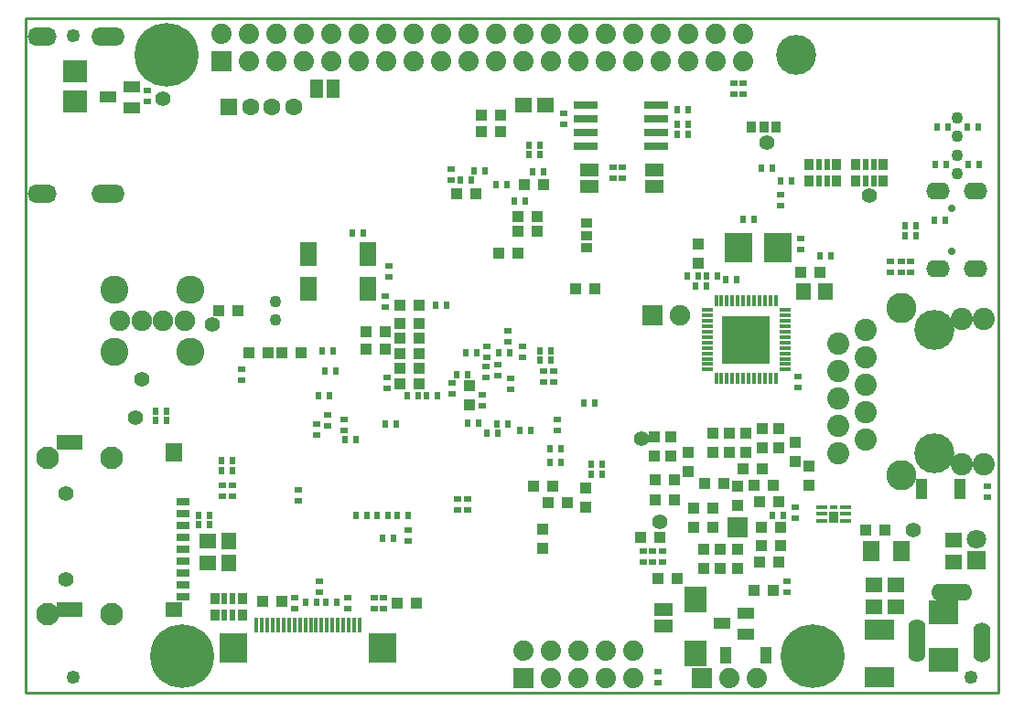
<source format=gbr>
%TF.GenerationSoftware,KiCad,Pcbnew,no-vcs-found-f3908bd~61~ubuntu16.04.1*%
%TF.CreationDate,2017-11-15T13:54:59+02:00*%
%TF.ProjectId,A64-OlinuXino_Rev_E,4136342D4F6C696E7558696E6F5F5265,D*%
%TF.SameCoordinates,Original*%
%TF.FileFunction,Soldermask,Bot*%
%TF.FilePolarity,Negative*%
%FSLAX46Y46*%
G04 Gerber Fmt 4.6, Leading zero omitted, Abs format (unit mm)*
G04 Created by KiCad (PCBNEW no-vcs-found-f3908bd~61~ubuntu16.04.1) date Wed Nov 15 13:54:59 2017*
%MOMM*%
%LPD*%
G01*
G04 APERTURE LIST*
%ADD10C,0.254000*%
%ADD11R,1.117600X1.117600*%
%ADD12R,2.301600X0.701600*%
%ADD13R,1.201600X0.801600*%
%ADD14R,1.600000X1.400000*%
%ADD15R,1.600000X1.800000*%
%ADD16R,2.400000X1.400000*%
%ADD17C,1.400000*%
%ADD18C,3.700000*%
%ADD19C,2.800000*%
%ADD20C,2.050000*%
%ADD21O,2.200000X1.600000*%
%ADD22C,0.700000*%
%ADD23C,2.100000*%
%ADD24R,2.501600X2.701600*%
%ADD25R,0.351600X1.401600*%
%ADD26R,1.822400X1.822400*%
%ADD27R,4.400000X4.400000*%
%ADD28R,0.351600X1.001600*%
%ADD29R,1.001600X0.351600*%
%ADD30R,1.600000X2.200000*%
%ADD31C,1.254000*%
%ADD32O,2.700000X1.700000*%
%ADD33O,3.100000X1.700000*%
%ADD34C,1.900000*%
%ADD35C,2.600000*%
%ADD36C,5.900000*%
%ADD37R,0.863600X1.117600*%
%ADD38R,0.609600X1.117600*%
%ADD39R,0.651600X0.601600*%
%ADD40R,1.001600X0.451600*%
%ADD41R,0.901600X1.051600*%
%ADD42R,0.701600X0.451600*%
%ADD43R,1.701800X1.270000*%
%ADD44R,0.601600X0.651600*%
%ADD45R,1.625600X1.371600*%
%ADD46R,2.100000X2.400000*%
%ADD47R,1.101600X1.501600*%
%ADD48R,1.501600X1.101600*%
%ADD49R,2.200000X2.000000*%
%ADD50R,2.801600X1.901600*%
%ADD51R,1.371600X1.625600*%
%ADD52R,1.270000X1.701800*%
%ADD53R,1.625600X1.879600*%
%ADD54R,1.117600X0.863600*%
%ADD55C,1.100000*%
%ADD56R,1.117600X1.879600*%
%ADD57R,1.601600X1.601600*%
%ADD58C,1.601600*%
%ADD59C,1.879600*%
%ADD60R,1.879600X1.879600*%
%ADD61R,1.800000X1.800000*%
%ADD62C,1.800000*%
%ADD63R,1.901600X1.901600*%
%ADD64C,1.901600*%
%ADD65O,1.601600X4.001600*%
%ADD66O,1.601600X3.701600*%
%ADD67O,3.801600X1.601600*%
%ADD68R,2.500000X2.800000*%
%ADD69R,2.686000X2.178000*%
G04 APERTURE END LIST*
D10*
X100000000Y-37500000D02*
X100000000Y-100000000D01*
X190000000Y-37500000D02*
X100000000Y-37500000D01*
X190000000Y-100000000D02*
X190000000Y-37500000D01*
X100000000Y-100000000D02*
X190000000Y-100000000D01*
D11*
%TO.C,C162*%
X161290000Y-77724000D03*
X161290000Y-79502000D03*
%TD*%
D12*
%TO.C,U12*%
X158302000Y-45593000D03*
X158302000Y-46863000D03*
X158302000Y-48133000D03*
X158302000Y-49403000D03*
X151832000Y-49403000D03*
X151832000Y-48133000D03*
X151832000Y-46863000D03*
X151832000Y-45593000D03*
%TD*%
D13*
%TO.C,MICRO_SD1*%
X114565000Y-91132000D03*
X114565000Y-90032000D03*
X114565000Y-88932000D03*
X114565000Y-87832000D03*
X114565000Y-86732000D03*
X114565000Y-85632000D03*
X114565000Y-84532000D03*
X114565000Y-83432000D03*
X114565000Y-82332000D03*
D14*
X113685000Y-92332000D03*
D15*
X113685000Y-77732000D03*
D16*
X104085000Y-92332000D03*
X104085000Y-76832000D03*
D17*
X103682800Y-81534000D03*
X103682800Y-89535000D03*
%TD*%
D18*
%TO.C,LAN1*%
X184023000Y-77851000D03*
X184023000Y-66421000D03*
D19*
X180975000Y-79883000D03*
X180975000Y-64389000D03*
D20*
X188595000Y-78867000D03*
X186563000Y-78867000D03*
X188595000Y-65405000D03*
X186563000Y-65405000D03*
X175133000Y-77851000D03*
X177673000Y-76581000D03*
X175133000Y-75311000D03*
X177673000Y-74041000D03*
X175133000Y-72771000D03*
X177673000Y-71501000D03*
X175133000Y-70231000D03*
X177673000Y-68961000D03*
X175133000Y-67691000D03*
X177673000Y-66421000D03*
%TD*%
D21*
%TO.C,USB-OTG1*%
X187842000Y-53550000D03*
X184372000Y-53550000D03*
X184372000Y-60750000D03*
X187842000Y-60750000D03*
D22*
X185692000Y-55150000D03*
X185692000Y-59150000D03*
%TD*%
D23*
%TO.C,HEADPHONES/LINEOUT1*%
X107981000Y-78232000D03*
X101981000Y-78232000D03*
%TD*%
%TO.C,MIC/LINEIN1*%
X107981000Y-92710000D03*
X101981000Y-92710000D03*
%TD*%
D24*
%TO.C,MIPI-DSI1*%
X133011000Y-95870000D03*
X119211000Y-95870000D03*
D25*
X130861000Y-93770000D03*
X130361000Y-93770000D03*
X129861000Y-93770000D03*
X129361000Y-93770000D03*
X128861000Y-93770000D03*
X128361000Y-93770000D03*
X127861000Y-93770000D03*
X127361000Y-93770000D03*
X126861000Y-93770000D03*
X126361000Y-93770000D03*
X125861000Y-93770000D03*
X125361000Y-93770000D03*
X124861000Y-93770000D03*
X124361000Y-93770000D03*
X123861000Y-93770000D03*
X123361000Y-93770000D03*
X122861000Y-93770000D03*
X122361000Y-93770000D03*
X121861000Y-93770000D03*
X121361000Y-93770000D03*
%TD*%
D26*
%TO.C,U15*%
X166624000Y-67310000D03*
D27*
X166624000Y-67310000D03*
D28*
X169374000Y-63710000D03*
X168874000Y-63710000D03*
X168374000Y-63710000D03*
X167874000Y-63710000D03*
X167374000Y-63710000D03*
X166874000Y-63710000D03*
X166374000Y-63710000D03*
X165874000Y-63710000D03*
X165374000Y-63710000D03*
X164874000Y-63710000D03*
X164374000Y-63710000D03*
X163874000Y-63710000D03*
D29*
X163024000Y-64560000D03*
X163024000Y-65060000D03*
X163024000Y-65560000D03*
X163024000Y-66060000D03*
X163024000Y-66560000D03*
X163024000Y-67060000D03*
X163024000Y-67560000D03*
X163024000Y-68060000D03*
X163024000Y-68560000D03*
X163024000Y-69060000D03*
X163024000Y-69560000D03*
X163024000Y-70060000D03*
D28*
X163874000Y-70910000D03*
X164374000Y-70910000D03*
X164874000Y-70910000D03*
X165374000Y-70910000D03*
X165874000Y-70910000D03*
X166374000Y-70910000D03*
X166874000Y-70910000D03*
X167374000Y-70910000D03*
X167874000Y-70910000D03*
X168374000Y-70910000D03*
X168874000Y-70910000D03*
X169374000Y-70910000D03*
D29*
X170224000Y-70060000D03*
X170224000Y-69560000D03*
X170224000Y-69060000D03*
X170224000Y-68560000D03*
X170224000Y-68060000D03*
X170224000Y-67560000D03*
X170224000Y-67060000D03*
X170224000Y-66560000D03*
X170224000Y-66060000D03*
X170224000Y-65560000D03*
X170224000Y-65060000D03*
X170224000Y-64560000D03*
%TD*%
D30*
%TO.C,Q2*%
X126155000Y-59360000D03*
X126155000Y-62560000D03*
X131655000Y-62560000D03*
X131655000Y-59360000D03*
%TD*%
D31*
%TO.C,*%
X104394000Y-39116000D03*
%TD*%
%TO.C,*%
X104394000Y-98552000D03*
%TD*%
%TO.C,*%
X187452000Y-98552000D03*
%TD*%
D32*
%TO.C,HDMI1*%
X101547000Y-39182000D03*
X101547000Y-53782000D03*
D33*
X107597000Y-53782000D03*
X107597000Y-39182000D03*
%TD*%
D26*
%TO.C,U14*%
X165862000Y-84645500D03*
%TD*%
D34*
%TO.C,USB1*%
X114712000Y-65532000D03*
X112712000Y-65532000D03*
X110712000Y-65532000D03*
X108712000Y-65532000D03*
D35*
X108212000Y-68382000D03*
X108212000Y-62682000D03*
X115212000Y-68382000D03*
X115212000Y-62682000D03*
%TD*%
D36*
%TO.C,Mounting_hole1*%
X172800000Y-96600000D03*
%TD*%
D37*
%TO.C,RM9*%
X179324000Y-51054000D03*
X179324000Y-52578000D03*
X176784000Y-51054000D03*
X176784000Y-52578000D03*
D38*
X178435000Y-51054000D03*
X177673000Y-51054000D03*
X178435000Y-52578000D03*
X177673000Y-52578000D03*
%TD*%
D39*
%TO.C,R93*%
X133604000Y-60452000D03*
X133604000Y-61468000D03*
%TD*%
%TO.C,R46*%
X111252000Y-44196000D03*
X111252000Y-45212000D03*
%TD*%
D40*
%TO.C,T1*%
X173652000Y-84089000D03*
X173652000Y-83439000D03*
X173652000Y-82789000D03*
X175852000Y-82789000D03*
X175852000Y-83439000D03*
X175852000Y-84089000D03*
D41*
X174752000Y-83789000D03*
D42*
X174752000Y-82789000D03*
%TD*%
D43*
%TO.C,5V_E1*%
X159004000Y-92329000D03*
X159004000Y-92329000D03*
X159004000Y-93853000D03*
%TD*%
D39*
%TO.C,C1*%
X135400000Y-84892000D03*
X135400000Y-85908000D03*
%TD*%
D44*
%TO.C,C2*%
X135382000Y-83566000D03*
X134366000Y-83566000D03*
%TD*%
%TO.C,C3*%
X133477000Y-83566000D03*
X132461000Y-83566000D03*
%TD*%
%TO.C,C4*%
X131572000Y-83566000D03*
X130556000Y-83566000D03*
%TD*%
D11*
%TO.C,C5*%
X134366000Y-91694000D03*
X136144000Y-91694000D03*
%TD*%
D39*
%TO.C,C6*%
X129800000Y-91192000D03*
X129800000Y-92208000D03*
%TD*%
%TO.C,C7*%
X124900000Y-91192000D03*
X124900000Y-92208000D03*
%TD*%
%TO.C,C8*%
X125200000Y-82208000D03*
X125200000Y-81192000D03*
%TD*%
%TO.C,C9*%
X129413000Y-75692000D03*
X129413000Y-74676000D03*
%TD*%
D11*
%TO.C,C10*%
X123711000Y-68500000D03*
X125489000Y-68500000D03*
%TD*%
D39*
%TO.C,C11*%
X119100000Y-81808000D03*
X119100000Y-80792000D03*
%TD*%
D44*
%TO.C,C12*%
X132992000Y-85700000D03*
X134008000Y-85700000D03*
%TD*%
D39*
%TO.C,C13*%
X133096000Y-91186000D03*
X133096000Y-92202000D03*
%TD*%
%TO.C,C14*%
X132207000Y-91186000D03*
X132207000Y-92202000D03*
%TD*%
%TO.C,C15*%
X133400000Y-70792000D03*
X133400000Y-71808000D03*
%TD*%
D11*
%TO.C,C16*%
X123689000Y-91500000D03*
X121911000Y-91500000D03*
%TD*%
D44*
%TO.C,C17*%
X143592000Y-75100000D03*
X144608000Y-75100000D03*
%TD*%
%TO.C,C18*%
X145692000Y-75700000D03*
X146708000Y-75700000D03*
%TD*%
%TO.C,C19*%
X130556000Y-76581000D03*
X129540000Y-76581000D03*
%TD*%
%TO.C,C20*%
X127692000Y-70200000D03*
X128708000Y-70200000D03*
%TD*%
D11*
%TO.C,C21*%
X133223000Y-68199000D03*
X131445000Y-68199000D03*
%TD*%
D44*
%TO.C,C22*%
X141908000Y-75000000D03*
X140892000Y-75000000D03*
%TD*%
%TO.C,C23*%
X119108000Y-78500000D03*
X118092000Y-78500000D03*
%TD*%
D39*
%TO.C,C24*%
X127200000Y-89692000D03*
X127200000Y-90708000D03*
%TD*%
D44*
%TO.C,C25*%
X127392000Y-68300000D03*
X128408000Y-68300000D03*
%TD*%
D11*
%TO.C,C26*%
X122389000Y-68500000D03*
X120611000Y-68500000D03*
%TD*%
%TO.C,C27*%
X147828000Y-86614000D03*
X147828000Y-84836000D03*
%TD*%
D39*
%TO.C,C28*%
X127900000Y-74292000D03*
X127900000Y-75308000D03*
%TD*%
D44*
%TO.C,C29*%
X143708000Y-76000000D03*
X142692000Y-76000000D03*
%TD*%
%TO.C,C30*%
X133292000Y-75100000D03*
X134308000Y-75100000D03*
%TD*%
D39*
%TO.C,C31*%
X126900000Y-76108000D03*
X126900000Y-75092000D03*
%TD*%
D44*
%TO.C,C34*%
X148608000Y-69200000D03*
X147592000Y-69200000D03*
%TD*%
%TO.C,C35*%
X146892000Y-51750000D03*
X147908000Y-51750000D03*
%TD*%
D11*
%TO.C,C36*%
X146113500Y-52959000D03*
X147891500Y-52959000D03*
%TD*%
D44*
%TO.C,C37*%
X141258000Y-52500000D03*
X140242000Y-52500000D03*
%TD*%
D11*
%TO.C,C38*%
X141639000Y-53750000D03*
X139861000Y-53750000D03*
%TD*%
%TO.C,C42*%
X143889000Y-46500000D03*
X142111000Y-46500000D03*
%TD*%
%TO.C,C43*%
X143889000Y-48050000D03*
X142111000Y-48050000D03*
%TD*%
D44*
%TO.C,C44*%
X141492000Y-51650000D03*
X142508000Y-51650000D03*
%TD*%
%TO.C,C46*%
X140908000Y-70500000D03*
X139892000Y-70500000D03*
%TD*%
D39*
%TO.C,C50*%
X139425000Y-71317000D03*
X139425000Y-72333000D03*
%TD*%
D44*
%TO.C,C51*%
X138108000Y-72500000D03*
X137092000Y-72500000D03*
%TD*%
D11*
%TO.C,C53*%
X136398000Y-69977000D03*
X134620000Y-69977000D03*
%TD*%
%TO.C,C54*%
X134620000Y-65786000D03*
X136398000Y-65786000D03*
%TD*%
%TO.C,C55*%
X136398000Y-68580000D03*
X134620000Y-68580000D03*
%TD*%
%TO.C,C56*%
X134620000Y-67183000D03*
X136398000Y-67183000D03*
%TD*%
%TO.C,C59*%
X134620000Y-71374000D03*
X136398000Y-71374000D03*
%TD*%
%TO.C,C61*%
X141050000Y-71586000D03*
X141050000Y-73364000D03*
%TD*%
D45*
%TO.C,C64*%
X116840000Y-85979000D03*
X116840000Y-88011000D03*
%TD*%
D39*
%TO.C,C72*%
X179959000Y-61087000D03*
X179959000Y-60071000D03*
%TD*%
%TO.C,C73*%
X144625000Y-66442000D03*
X144625000Y-67458000D03*
%TD*%
D44*
%TO.C,C79*%
X143792000Y-68500000D03*
X144808000Y-68500000D03*
%TD*%
D39*
%TO.C,C80*%
X147900000Y-70192000D03*
X147900000Y-71208000D03*
%TD*%
%TO.C,C109*%
X142700000Y-68908000D03*
X142700000Y-67892000D03*
%TD*%
D44*
%TO.C,C110*%
X148608000Y-68300000D03*
X147592000Y-68300000D03*
%TD*%
D39*
%TO.C,C115*%
X148800000Y-71208000D03*
X148800000Y-70192000D03*
%TD*%
D11*
%TO.C,C116*%
X145542000Y-59309000D03*
X143764000Y-59309000D03*
%TD*%
D39*
%TO.C,C117*%
X142600000Y-70808000D03*
X142600000Y-69792000D03*
%TD*%
D45*
%TO.C,C118*%
X180467000Y-90043000D03*
X180467000Y-92075000D03*
%TD*%
%TO.C,C119*%
X178435000Y-90043000D03*
X178435000Y-92075000D03*
%TD*%
D11*
%TO.C,C120*%
X147320000Y-55880000D03*
X145542000Y-55880000D03*
%TD*%
%TO.C,C121*%
X169799000Y-84709000D03*
X168021000Y-84709000D03*
%TD*%
D44*
%TO.C,C123*%
X148492000Y-77400000D03*
X149508000Y-77400000D03*
%TD*%
D11*
%TO.C,C125*%
X158242000Y-80264000D03*
X160020000Y-80264000D03*
%TD*%
%TO.C,C126*%
X163576000Y-82931000D03*
X161798000Y-82931000D03*
%TD*%
D44*
%TO.C,C127*%
X153289000Y-79756000D03*
X152273000Y-79756000D03*
%TD*%
D11*
%TO.C,C128*%
X169799000Y-86360000D03*
X168021000Y-86360000D03*
%TD*%
D44*
%TO.C,C130*%
X153289000Y-78867000D03*
X152273000Y-78867000D03*
%TD*%
D39*
%TO.C,C132*%
X149200000Y-74692000D03*
X149200000Y-75708000D03*
%TD*%
D11*
%TO.C,C133*%
X165862000Y-86741000D03*
X165862000Y-88519000D03*
%TD*%
D44*
%TO.C,C134*%
X148492000Y-78700000D03*
X149508000Y-78700000D03*
%TD*%
D11*
%TO.C,C135*%
X177673000Y-84963000D03*
X179451000Y-84963000D03*
%TD*%
%TO.C,C137*%
X151765000Y-82804000D03*
X151765000Y-81026000D03*
%TD*%
%TO.C,C142*%
X146939000Y-80899000D03*
X148717000Y-80899000D03*
%TD*%
%TO.C,C145*%
X164211000Y-86741000D03*
X164211000Y-88519000D03*
%TD*%
%TO.C,C147*%
X172466000Y-80772000D03*
X172466000Y-78994000D03*
%TD*%
%TO.C,C148*%
X148336000Y-82423000D03*
X150114000Y-82423000D03*
%TD*%
%TO.C,C149*%
X162687000Y-88519000D03*
X162687000Y-86741000D03*
%TD*%
%TO.C,C151*%
X160274000Y-89408000D03*
X158496000Y-89408000D03*
%TD*%
%TO.C,C152*%
X169164000Y-90551000D03*
X167386000Y-90551000D03*
%TD*%
%TO.C,C153*%
X166624000Y-75946000D03*
X166624000Y-77724000D03*
%TD*%
D39*
%TO.C,C155*%
X142200000Y-73408000D03*
X142200000Y-72392000D03*
%TD*%
D44*
%TO.C,C156*%
X184277000Y-47625000D03*
X185293000Y-47625000D03*
%TD*%
D11*
%TO.C,C157*%
X165862000Y-82677000D03*
X165862000Y-80899000D03*
%TD*%
D39*
%TO.C,C158*%
X144900000Y-71908000D03*
X144900000Y-70892000D03*
%TD*%
D11*
%TO.C,C159*%
X158242000Y-82169000D03*
X160020000Y-82169000D03*
%TD*%
%TO.C,C160*%
X158115000Y-78105000D03*
X158115000Y-76327000D03*
%TD*%
%TO.C,C161*%
X164592000Y-80645000D03*
X162814000Y-80645000D03*
%TD*%
%TO.C,C164*%
X163576000Y-75946000D03*
X163576000Y-77724000D03*
%TD*%
%TO.C,C165*%
X165100000Y-75946000D03*
X165100000Y-77724000D03*
%TD*%
%TO.C,C167*%
X166370000Y-79248000D03*
X168148000Y-79248000D03*
%TD*%
%TO.C,C168*%
X159639000Y-78105000D03*
X159639000Y-76327000D03*
%TD*%
%TO.C,C170*%
X167386000Y-80772000D03*
X169164000Y-80772000D03*
%TD*%
%TO.C,C171*%
X161798000Y-84709000D03*
X163576000Y-84709000D03*
%TD*%
%TO.C,C173*%
X158623000Y-85598000D03*
X156845000Y-85598000D03*
%TD*%
%TO.C,C174*%
X171196000Y-76835000D03*
X171196000Y-78613000D03*
%TD*%
%TO.C,C176*%
X167894000Y-82296000D03*
X169672000Y-82296000D03*
%TD*%
D44*
%TO.C,C177*%
X184150000Y-51054000D03*
X185166000Y-51054000D03*
%TD*%
D11*
%TO.C,C178*%
X169672000Y-75565000D03*
X169672000Y-77343000D03*
%TD*%
%TO.C,C179*%
X168148000Y-75565000D03*
X168148000Y-77343000D03*
%TD*%
D45*
%TO.C,C180*%
X185801000Y-85852000D03*
X185801000Y-87884000D03*
%TD*%
D11*
%TO.C,C181*%
X167894000Y-87884000D03*
X169672000Y-87884000D03*
%TD*%
D44*
%TO.C,C183*%
X131191000Y-57404000D03*
X130175000Y-57404000D03*
%TD*%
D39*
%TO.C,C184*%
X133223000Y-64262000D03*
X133223000Y-63246000D03*
%TD*%
D11*
%TO.C,C188*%
X147320000Y-57277000D03*
X145542000Y-57277000D03*
%TD*%
D44*
%TO.C,C189*%
X140692000Y-68500000D03*
X141708000Y-68500000D03*
%TD*%
D11*
%TO.C,C190*%
X119634000Y-64643000D03*
X117856000Y-64643000D03*
%TD*%
D39*
%TO.C,C191*%
X146000000Y-67892000D03*
X146000000Y-68908000D03*
%TD*%
D11*
%TO.C,C192*%
X134620000Y-64135000D03*
X136398000Y-64135000D03*
%TD*%
%TO.C,C194*%
X150876000Y-62611000D03*
X152654000Y-62611000D03*
%TD*%
D46*
%TO.C,D3*%
X161925000Y-96353000D03*
X161925000Y-91353000D03*
%TD*%
D47*
%TO.C,D4*%
X168524000Y-96520000D03*
X164724000Y-96520000D03*
%TD*%
D48*
%TO.C,FET1*%
X107609640Y-44828460D03*
X109819440Y-45783500D03*
X109819440Y-43881040D03*
%TD*%
%TO.C,FET2*%
X164378640Y-93596460D03*
X166588440Y-94551500D03*
X166588440Y-92649040D03*
%TD*%
D49*
%TO.C,FUSE1*%
X104521000Y-45215000D03*
X104521000Y-42415000D03*
%TD*%
D50*
%TO.C,FUSE2*%
X178943000Y-94193000D03*
X178943000Y-98593000D03*
%TD*%
D45*
%TO.C,L1*%
X146050000Y-45593000D03*
X148082000Y-45593000D03*
%TD*%
D51*
%TO.C,L2*%
X118745000Y-85979000D03*
X118745000Y-88011000D03*
%TD*%
D43*
%TO.C,NAND_E1*%
X152146000Y-51562000D03*
X152146000Y-51562000D03*
X152146000Y-53086000D03*
%TD*%
D44*
%TO.C,R2*%
X127092000Y-72500000D03*
X128108000Y-72500000D03*
%TD*%
D39*
%TO.C,R3*%
X140843000Y-83058000D03*
X140843000Y-82042000D03*
%TD*%
%TO.C,R4*%
X139954000Y-83058000D03*
X139954000Y-82042000D03*
%TD*%
D44*
%TO.C,R54*%
X169037000Y-51435000D03*
X168021000Y-51435000D03*
%TD*%
D39*
%TO.C,R60*%
X169799000Y-53848000D03*
X169799000Y-54864000D03*
%TD*%
D44*
%TO.C,R96*%
X138938000Y-64135000D03*
X137922000Y-64135000D03*
%TD*%
%TO.C,R97*%
X151638000Y-73152000D03*
X152654000Y-73152000D03*
%TD*%
D37*
%TO.C,RM7*%
X120015000Y-91313000D03*
X120015000Y-92837000D03*
X117475000Y-91313000D03*
X117475000Y-92837000D03*
D38*
X119126000Y-91313000D03*
X118364000Y-91313000D03*
X119126000Y-92837000D03*
X118364000Y-92837000D03*
%TD*%
D37*
%TO.C,RM12*%
X175006000Y-51054000D03*
X175006000Y-52578000D03*
X172466000Y-51054000D03*
X172466000Y-52578000D03*
D38*
X174117000Y-51054000D03*
X173355000Y-51054000D03*
X174117000Y-52578000D03*
X173355000Y-52578000D03*
%TD*%
D44*
%TO.C,R37*%
X184023000Y-56261000D03*
X185039000Y-56261000D03*
%TD*%
D39*
%TO.C,R38*%
X181864000Y-60071000D03*
X181864000Y-61087000D03*
%TD*%
D44*
%TO.C,R41*%
X173482000Y-59563000D03*
X174498000Y-59563000D03*
%TD*%
D39*
%TO.C,R42*%
X180975000Y-61087000D03*
X180975000Y-60071000D03*
%TD*%
D44*
%TO.C,R61*%
X169799000Y-52578000D03*
X170815000Y-52578000D03*
%TD*%
D52*
%TO.C,HSIC_E1*%
X128397000Y-44069000D03*
X128397000Y-44069000D03*
X126873000Y-44069000D03*
%TD*%
D39*
%TO.C,C197*%
X143700000Y-69592000D03*
X143700000Y-70608000D03*
%TD*%
%TO.C,R85*%
X170434000Y-89662000D03*
X170434000Y-90678000D03*
%TD*%
%TO.C,R84*%
X171196000Y-82804000D03*
X171196000Y-83820000D03*
%TD*%
D53*
%TO.C,R78*%
X178181000Y-86868000D03*
X180975000Y-86868000D03*
%TD*%
D44*
%TO.C,R92*%
X170053000Y-83566000D03*
X169037000Y-83566000D03*
%TD*%
D39*
%TO.C,R90*%
X157099000Y-87884000D03*
X157099000Y-86868000D03*
%TD*%
%TO.C,R88*%
X157988000Y-87884000D03*
X157988000Y-86868000D03*
%TD*%
D44*
%TO.C,R89*%
X188087000Y-47625000D03*
X187071000Y-47625000D03*
%TD*%
D39*
%TO.C,R83*%
X158877000Y-86868000D03*
X158877000Y-87884000D03*
%TD*%
D44*
%TO.C,R91*%
X188214000Y-51054000D03*
X187198000Y-51054000D03*
%TD*%
D39*
%TO.C,R95*%
X158496000Y-98044000D03*
X158496000Y-99060000D03*
%TD*%
D44*
%TO.C,R30*%
X115951000Y-83566000D03*
X116967000Y-83566000D03*
%TD*%
%TO.C,R31*%
X115951000Y-84455000D03*
X116967000Y-84455000D03*
%TD*%
D39*
%TO.C,R15*%
X154305000Y-52324000D03*
X154305000Y-51308000D03*
%TD*%
D44*
%TO.C,R21*%
X146592000Y-50150000D03*
X147608000Y-50150000D03*
%TD*%
%TO.C,R23*%
X144508000Y-52950000D03*
X143492000Y-52950000D03*
%TD*%
%TO.C,R27*%
X135255000Y-72517000D03*
X136271000Y-72517000D03*
%TD*%
D39*
%TO.C,R1*%
X120000000Y-71008000D03*
X120000000Y-69992000D03*
%TD*%
%TO.C,R5*%
X118200000Y-80792000D03*
X118200000Y-81808000D03*
%TD*%
D44*
%TO.C,R8*%
X118092000Y-79400000D03*
X119108000Y-79400000D03*
%TD*%
%TO.C,R9*%
X128808000Y-91600000D03*
X127792000Y-91600000D03*
%TD*%
%TO.C,R13*%
X125892000Y-91600000D03*
X126908000Y-91600000D03*
%TD*%
D54*
%TO.C,3.3V/VCC-PE:2.8V1*%
X151892000Y-58801000D03*
X151892000Y-57658000D03*
X151892000Y-56515000D03*
%TD*%
D55*
%TO.C,PWRON1*%
X186182000Y-51904000D03*
X186182000Y-50204000D03*
%TD*%
%TO.C,RESET1*%
X186182000Y-48475000D03*
X186182000Y-46775000D03*
%TD*%
%TO.C,UBOOT1*%
X123063000Y-63793000D03*
X123063000Y-65493000D03*
%TD*%
D44*
%TO.C,R86*%
X181356000Y-56769000D03*
X182372000Y-56769000D03*
%TD*%
%TO.C,R87*%
X181356000Y-57658000D03*
X182372000Y-57658000D03*
%TD*%
D11*
%TO.C,R36*%
X131445000Y-66548000D03*
X133223000Y-66548000D03*
%TD*%
D56*
%TO.C,C196*%
X186436000Y-81153000D03*
X182880000Y-81153000D03*
%TD*%
D51*
%TO.C,C201*%
X171958000Y-62865000D03*
X173990000Y-62865000D03*
%TD*%
D11*
%TO.C,C211*%
X162179000Y-58420000D03*
X162179000Y-60198000D03*
%TD*%
D44*
%TO.C,R109*%
X162941000Y-61404500D03*
X163957000Y-61404500D03*
%TD*%
%TO.C,R110*%
X164719000Y-61722000D03*
X165735000Y-61722000D03*
%TD*%
D39*
%TO.C,R111*%
X188976000Y-80899000D03*
X188976000Y-81915000D03*
%TD*%
D11*
%TO.C,R115*%
X171704000Y-61087000D03*
X173482000Y-61087000D03*
%TD*%
D44*
%TO.C,C210*%
X161925000Y-62357000D03*
X162941000Y-62357000D03*
%TD*%
D39*
%TO.C,C216*%
X171450000Y-71755000D03*
X171450000Y-70739000D03*
%TD*%
%TO.C,C81*%
X149733000Y-47371000D03*
X149733000Y-46355000D03*
%TD*%
D44*
%TO.C,R53*%
X160274000Y-45974000D03*
X161290000Y-45974000D03*
%TD*%
%TO.C,R55*%
X160274000Y-48260000D03*
X161290000Y-48260000D03*
%TD*%
%TO.C,R56*%
X160274000Y-47371000D03*
X161290000Y-47371000D03*
%TD*%
D39*
%TO.C,R57*%
X155194000Y-51308000D03*
X155194000Y-52324000D03*
%TD*%
D17*
%TO.C,+1.8V1*%
X110744000Y-70993000D03*
%TD*%
%TO.C,+3.0VA1*%
X110109000Y-74549000D03*
%TD*%
%TO.C,+3.3VD1*%
X112649000Y-44958000D03*
%TD*%
%TO.C,1.1V_CPUS1*%
X178054000Y-53975000D03*
%TD*%
%TO.C,1.1V_SYS1*%
X156972000Y-76454000D03*
%TD*%
%TO.C,3.0V_RTC1*%
X117221000Y-65913000D03*
%TD*%
%TO.C,IPS1*%
X182118000Y-84963000D03*
%TD*%
%TO.C,VCC-PC1*%
X168529000Y-49022000D03*
%TD*%
%TO.C,VCC-PL1*%
X158623000Y-84201000D03*
%TD*%
D57*
%TO.C,HSIC1*%
X118793000Y-45720000D03*
D58*
X120793000Y-45720000D03*
X122793000Y-45720000D03*
X124793000Y-45720000D03*
%TD*%
D59*
%TO.C,GPIO1*%
X166370000Y-38989000D03*
X166370000Y-41529000D03*
X163830000Y-38989000D03*
X163830000Y-41529000D03*
X161290000Y-38989000D03*
X161290000Y-41529000D03*
X158750000Y-38989000D03*
X158750000Y-41529000D03*
X156210000Y-38989000D03*
X156210000Y-41529000D03*
X146050000Y-38989000D03*
X146050000Y-41529000D03*
X143510000Y-38989000D03*
X143510000Y-41529000D03*
X148590000Y-41529000D03*
X148590000Y-38989000D03*
X151130000Y-38989000D03*
X151130000Y-41529000D03*
X153670000Y-41529000D03*
X153670000Y-38989000D03*
X128270000Y-38989000D03*
X128270000Y-41529000D03*
X125730000Y-41529000D03*
X125730000Y-38989000D03*
X123190000Y-38989000D03*
X123190000Y-41529000D03*
D60*
X118110000Y-41529000D03*
D59*
X118110000Y-38989000D03*
X120650000Y-41529000D03*
X120650000Y-38989000D03*
X130810000Y-41529000D03*
X130810000Y-38989000D03*
X133350000Y-41529000D03*
X133350000Y-38989000D03*
X135890000Y-41529000D03*
X135890000Y-38989000D03*
X138430000Y-41529000D03*
X138430000Y-38989000D03*
X140970000Y-41529000D03*
X140970000Y-38989000D03*
%TD*%
%TO.C,UEXT1*%
X156210000Y-96139000D03*
X156210000Y-98679000D03*
X153670000Y-98679000D03*
X153670000Y-96139000D03*
X151130000Y-96139000D03*
X151130000Y-98679000D03*
D60*
X146050000Y-98679000D03*
D59*
X146050000Y-96139000D03*
X148590000Y-98679000D03*
X148590000Y-96139000D03*
%TD*%
D60*
%TO.C,DBG_UART1*%
X162560000Y-98679000D03*
D59*
X165100000Y-98679000D03*
X167640000Y-98679000D03*
%TD*%
D61*
%TO.C,LIPO_BAT1*%
X187982860Y-87749380D03*
D62*
X187980320Y-85737700D03*
%TD*%
D63*
%TO.C,PHYRST1*%
X157988000Y-65024000D03*
D64*
X160528000Y-65024000D03*
%TD*%
D44*
%TO.C,C86*%
X112014000Y-73914000D03*
X113030000Y-73914000D03*
%TD*%
%TO.C,C87*%
X112014000Y-74803000D03*
X113030000Y-74803000D03*
%TD*%
D65*
%TO.C,PWR1*%
X182441000Y-95174000D03*
D66*
X188441000Y-95324000D03*
D67*
X185695000Y-90724000D03*
%TD*%
D36*
%TO.C,Mounting_hole2*%
X114500000Y-96600000D03*
%TD*%
%TO.C,Mounting_hole3*%
X113000000Y-40900000D03*
%TD*%
D18*
%TO.C,Mounting_hole4*%
X171300000Y-40900000D03*
%TD*%
D39*
%TO.C,R28*%
X166370000Y-43561000D03*
X166370000Y-44577000D03*
%TD*%
%TO.C,R65*%
X165481000Y-43561000D03*
X165481000Y-44577000D03*
%TD*%
D37*
%TO.C,PWR_PC1*%
X167132000Y-47625000D03*
X168275000Y-47625000D03*
X169418000Y-47625000D03*
%TD*%
D68*
%TO.C,Q4*%
X165917000Y-58801000D03*
X169617000Y-58801000D03*
%TD*%
D39*
%TO.C,C212*%
X171704000Y-57912000D03*
X171704000Y-58928000D03*
%TD*%
D44*
%TO.C,C213*%
X166370000Y-56134000D03*
X167386000Y-56134000D03*
%TD*%
D69*
%TO.C,D1*%
X184912000Y-92565000D03*
X184912000Y-96919000D03*
%TD*%
D39*
%TO.C,R67*%
X139350000Y-52508000D03*
X139350000Y-51492000D03*
%TD*%
D43*
%TO.C,WP_Enable1*%
X158115000Y-53086000D03*
X158115000Y-53086000D03*
X158115000Y-51562000D03*
%TD*%
D44*
%TO.C,R66*%
X145224500Y-54419500D03*
X146240500Y-54419500D03*
%TD*%
%TO.C,R68*%
X146592000Y-49250000D03*
X147608000Y-49250000D03*
%TD*%
%TO.C,C93*%
X162179000Y-61404500D03*
X161163000Y-61404500D03*
%TD*%
M02*

</source>
